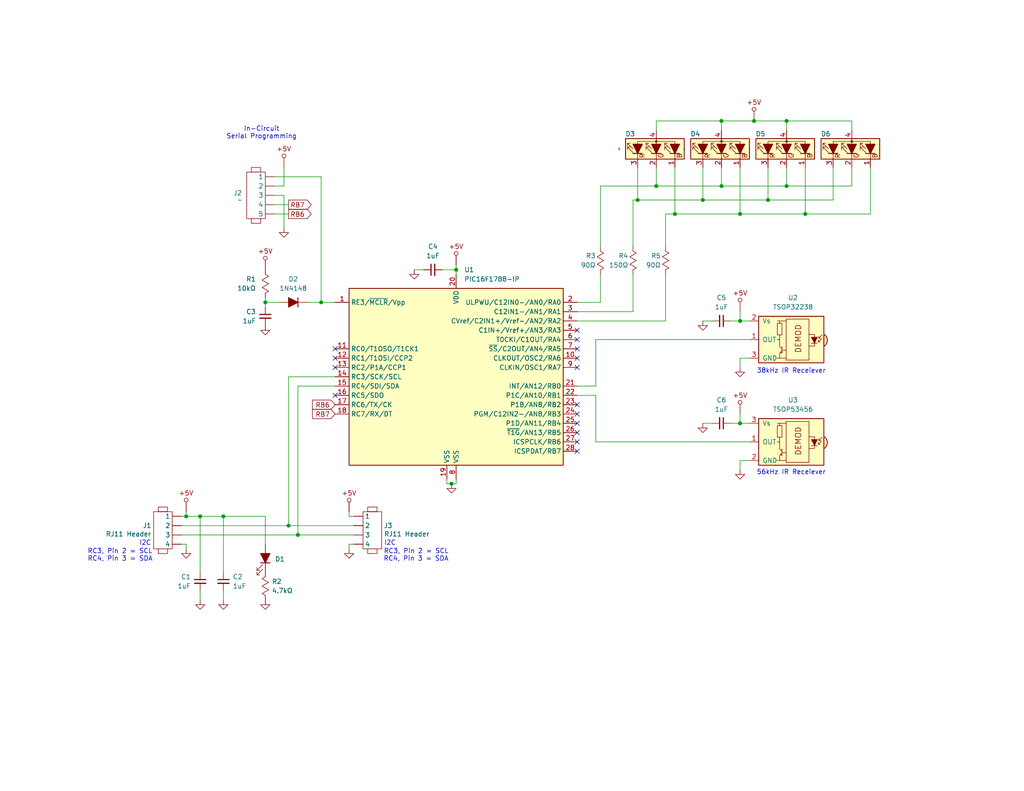
<source format=kicad_sch>
(kicad_sch (version 20231120) (generator "eeschema") (generator_version "8.0")
  (paper "A")
  (title_block (title "Laser Arcade Slave") (date "2025-04-01") (rev "A") (company "Idaho State University"))
  (lib_symbols
    (symbol "AW_Libraries_Power:GND" (power) (pin_numbers hide) (pin_names (offset 0) hide) (in_bom no) (on_board no)
      (symbol "GND_0_1"
        (polyline (pts (xy -1.27 0) (xy 1.27 0) (xy 0 -1.27) (xy -1.27 0)))
      )
      (symbol "GND_1_1"
        (pin input line (at 0 1.27 270) (length 1.27) (name "GND") (number ""))
      )
    )
    (symbol "Device:C_Small" (pin_numbers hide) (pin_names (offset 0.254) hide)
      (property "Reference" "C" (at 0.254 1.778 0))
      (property "Value" "C_Small" (at 0.254 -2.032 0))
      (symbol "C_Small_0_1"
        (polyline (pts (xy -1.524 -0.508) (xy 1.524 -0.508)) (stroke (width 0.3302)))
        (polyline (pts (xy -1.524 0.508) (xy 1.524 0.508)) (stroke (width 0.3048)))
      )
      (symbol "C_Small_1_1"
        (pin passive line (at 0 2.54 270) (length 2.032) (name "~") (number "1"))
        (pin passive line (at 0 -2.54 90) (length 2.032) (name "~") (number "2"))
      )
    )
    (symbol "Device:D_Filled" (pin_numbers hide) (pin_names (offset 1.016) hide)
      (property "Reference" "D" (at 0 2.54 0))
      (property "Value" "D_Filled" (at 0 -2.54 0))
      (symbol "D_Filled_0_1"
        (polyline (pts (xy -1.27 1.27) (xy -1.27 -1.27)) (stroke (width 0.254)))
        (polyline (pts (xy 1.27 0) (xy -1.27 0)))
        (polyline (pts (xy 1.27 1.27) (xy 1.27 -1.27) (xy -1.27 0) (xy 1.27 1.27)) (stroke (width 0.254)) (fill (type outline)))
      )
      (symbol "D_Filled_1_1"
        (pin passive line (at -3.81 0 0) (length 2.54) (name "K") (number "1"))
        (pin passive line (at 3.81 0 180) (length 2.54) (name "A") (number "2"))
      )
    )
    (symbol "Device:LED_Filled" (pin_numbers hide) (pin_names (offset 1.016) hide)
      (property "Reference" "D" (at 0 2.54 0))
      (property "Value" "LED_Filled" (at 0 -2.54 0))
      (symbol "LED_Filled_0_1"
        (polyline (pts (xy -1.27 -1.27) (xy -1.27 1.27)) (stroke (width 0.254)))
        (polyline (pts (xy -1.27 0) (xy 1.27 0)))
        (polyline (pts (xy 1.27 -1.27) (xy 1.27 1.27) (xy -1.27 0) (xy 1.27 -1.27)) (stroke (width 0.254)) (fill (type outline)))
        (polyline (pts (xy -3.048 -0.762) (xy -4.572 -2.286) (xy -3.81 -2.286) (xy -4.572 -2.286) (xy -4.572 -1.524)))
        (polyline (pts (xy -1.778 -0.762) (xy -3.302 -2.286) (xy -2.54 -2.286) (xy -3.302 -2.286) (xy -3.302 -1.524)))
      )
      (symbol "LED_Filled_1_1"
        (pin passive line (at -3.81 0 0) (length 2.54) (name "K") (number "1"))
        (pin passive line (at 3.81 0 180) (length 2.54) (name "A") (number "2"))
      )
    )
    (symbol "Interface_Optical:TSOP321xx" (pin_names (offset 1.016))
      (property "Reference" "U" (at -10.16 7.62 0))
      (property "Value" "TSOP321xx" (at -10.16 -7.62 0))
      (symbol "TSOP321xx_0_0"
        (arc (start -10.287 1.397) (mid -11.0899 -0.1852) (end -10.287 -1.778) (stroke (width 0.254)) (fill (type background)))
        (polyline (pts (xy 1.905 -5.08) (xy 0.127 -5.08)))
        (polyline (pts (xy 1.905 5.08) (xy 0.127 5.08)))
        (text "DEMOD" (at -3.175 0.254 900) (effects (font (size 1.524 1.524))))
      )
      (symbol "TSOP321xx_0_1"
        (rectangle (start -6.096 5.588) (end 0.127 -5.588))
        (polyline (pts (xy -8.763 0.381) (xy -9.652 1.27)))
        (polyline (pts (xy -8.763 0.381) (xy -9.271 0.381)))
        (polyline (pts (xy -8.763 0.381) (xy -8.763 0.889)))
        (polyline (pts (xy -8.636 -0.635) (xy -9.525 0.254)))
        (polyline (pts (xy -8.636 -0.635) (xy -9.144 -0.635)))
        (polyline (pts (xy -8.636 -0.635) (xy -8.636 -0.127)))
        (polyline (pts (xy -8.382 -1.016) (xy -6.731 -1.016)))
        (polyline (pts (xy 1.27 -2.921) (xy 0.127 -2.921)))
        (polyline (pts (xy 1.27 -1.905) (xy 1.27 -3.81)))
        (polyline (pts (xy 1.397 -3.556) (xy 1.524 -3.556)))
        (polyline (pts (xy 1.651 -3.556) (xy 1.524 -3.556)))
        (polyline (pts (xy 1.651 -3.556) (xy 1.651 -3.302)))
        (polyline (pts (xy 1.905 0) (xy 1.905 1.27)))
        (polyline (pts (xy 1.905 4.445) (xy 1.905 5.08) (xy 2.54 5.08)))
        (polyline (pts (xy -8.382 0.635) (xy -6.731 0.635) (xy -7.62 -1.016) (xy -8.382 0.635)) (fill (type outline)))
        (polyline (pts (xy -6.096 1.397) (xy -7.62 1.397) (xy -7.62 -1.778) (xy -6.096 -1.778)))
        (polyline (pts (xy 1.27 -3.175) (xy 1.905 -3.81) (xy 1.905 -5.08) (xy 2.54 -5.08)))
        (polyline (pts (xy 1.27 -2.54) (xy 1.905 -1.905) (xy 1.905 0) (xy 2.54 0)))
        (rectangle (start 2.54 1.27) (end 1.27 4.445))
        (rectangle (start 7.62 6.35) (end -10.16 -6.35) (stroke (width 0.254)) (fill (type background)))
      )
      (symbol "TSOP321xx_1_1"
        (pin output line (at 10.16 0 180) (length 2.54) (name "OUT") (number "1"))
        (pin power_in line (at 10.16 5.08 180) (length 2.54) (name "Vs") (number "2"))
        (pin power_in line (at 10.16 -5.08 180) (length 2.54) (name "GND") (number "3"))
      )
    )
    (symbol "Interface_Optical:TSOP331xx" (pin_names (offset 1.016))
      (property "Reference" "U" (at -10.16 7.62 0))
      (property "Value" "TSOP331xx" (at -10.16 -7.62 0))
      (symbol "TSOP331xx_0_0"
        (arc (start -10.287 1.397) (mid -11.0899 -0.1852) (end -10.287 -1.778) (stroke (width 0.254)) (fill (type background)))
        (polyline (pts (xy 1.905 -5.08) (xy 0.127 -5.08)))
        (polyline (pts (xy 1.905 5.08) (xy 0.127 5.08)))
        (text "DEMOD" (at -3.175 0.254 900) (effects (font (size 1.524 1.524))))
      )
      (symbol "TSOP331xx_0_1"
        (rectangle (start -6.096 5.588) (end 0.127 -5.588))
        (polyline (pts (xy -8.763 0.381) (xy -9.652 1.27)))
        (polyline (pts (xy -8.763 0.381) (xy -9.271 0.381)))
        (polyline (pts (xy -8.763 0.381) (xy -8.763 0.889)))
        (polyline (pts (xy -8.636 -0.635) (xy -9.525 0.254)))
        (polyline (pts (xy -8.636 -0.635) (xy -9.144 -0.635)))
        (polyline (pts (xy -8.636 -0.635) (xy -8.636 -0.127)))
        (polyline (pts (xy -8.382 -1.016) (xy -6.731 -1.016)))
        (polyline (pts (xy 1.27 -2.921) (xy 0.127 -2.921)))
        (polyline (pts (xy 1.27 -1.905) (xy 1.27 -3.81)))
        (polyline (pts (xy 1.397 -3.556) (xy 1.524 -3.556)))
        (polyline (pts (xy 1.651 -3.556) (xy 1.524 -3.556)))
        (polyline (pts (xy 1.651 -3.556) (xy 1.651 -3.302)))
        (polyline (pts (xy 1.905 0) (xy 1.905 1.27)))
        (polyline (pts (xy 1.905 4.445) (xy 1.905 5.08) (xy 2.54 5.08)))
        (polyline (pts (xy -8.382 0.635) (xy -6.731 0.635) (xy -7.62 -1.016) (xy -8.382 0.635)) (fill (type outline)))
        (polyline (pts (xy -6.096 1.397) (xy -7.62 1.397) (xy -7.62 -1.778) (xy -6.096 -1.778)))
        (polyline (pts (xy 1.27 -3.175) (xy 1.905 -3.81) (xy 1.905 -5.08) (xy 2.54 -5.08)))
        (polyline (pts (xy 1.27 -2.54) (xy 1.905 -1.905) (xy 1.905 0) (xy 2.54 0)))
        (rectangle (start 2.54 1.27) (end 1.27 4.445))
        (rectangle (start 7.62 6.35) (end -10.16 -6.35) (stroke (width 0.254)) (fill (type background)))
      )
      (symbol "TSOP331xx_1_1"
        (pin output line (at 10.16 0 180) (length 2.54) (name "OUT") (number "1"))
        (pin power_in line (at 10.16 -5.08 180) (length 2.54) (name "GND") (number "2"))
        (pin power_in line (at 10.16 5.08 180) (length 2.54) (name "Vs") (number "3"))
      )
    )
    (symbol "Libraries:+5V" (power) (pin_numbers hide) (pin_names (offset 0)) (in_bom no) (on_board no)
      (symbol "+5V_0_1"
        (circle (center 0 1.905) (radius 0.5236))
      )
      (symbol "+5V_1_0"
        (text "+5V" (at 0 3.81 0) (effects (font (size 1.27 1.27))))
      )
      (symbol "+5V_1_1"
        (pin power_in line (at 0 -1.27 90) (length 2.54) (name "") (number ""))
      )
    )
    (symbol "Libraries:Header_1x4" (pin_numbers hide)
      (property "Reference" "J" (at 0 10.16 0))
      (property "Value" "1x4_Header" (at 0 7.62 0))
      (symbol "Header_1x4_0_1"
        (rectangle (start -2.54 5.08) (end 2.54 -5.08))
        (rectangle (start -1.27 -5.08) (end 1.27 -6.35))
        (rectangle (start -1.27 6.35) (end 1.27 5.08))
      )
      (symbol "Header_1x4_1_1"
        (pin passive line (at -5.08 3.81 0) (length 2.54) (name "1") (number "1"))
        (pin passive line (at -5.08 1.27 0) (length 2.54) (name "2") (number "2"))
        (pin passive line (at -5.08 -1.27 0) (length 2.54) (name "3") (number "3"))
        (pin passive line (at -5.08 -3.81 0) (length 2.54) (name "4") (number "4"))
      )
    )
    (symbol "Libraries:Header_1x5" (pin_numbers hide)
      (property "Reference" "J" (at 0 0 0))
      (symbol "Header_1x5_0_1"
        (rectangle (start -2.54 -2.54) (end 2.54 -15.24))
        (rectangle (start -1.27 -15.24) (end 1.27 -16.51))
        (rectangle (start -1.27 -1.27) (end 1.27 -2.54))
      )
      (symbol "Header_1x5_1_1"
        (pin passive line (at -5.08 -3.81 0) (length 2.54) (name "1") (number "1"))
        (pin passive line (at -5.08 -6.35 0) (length 2.54) (name "2") (number "2"))
        (pin passive line (at -5.08 -8.89 0) (length 2.54) (name "3") (number "3"))
        (pin passive line (at -5.08 -11.43 0) (length 2.54) (name "4") (number "4"))
        (pin passive line (at -5.08 -13.97 0) (length 2.54) (name "5") (number "5"))
      )
    )
    (symbol "Libraries:PIC16F1788"
      (property "Reference" "U" (at 0 0 0))
      (property "Value" "PIC16F1788-IP" (at 6.858 -2.286 0))
      (symbol "PIC16F1788_0_1"
        (rectangle (start -31.75 -3.81) (end 26.67 -52.07) (stroke (width 0.254)) (fill (type background)))
      )
      (symbol "PIC16F1788_1_1"
        (pin bidirectional line (at -35.56 -7.62 0) (length 3.81) (name "RE3/~{MCLR}/Vpp") (number "1"))
        (pin bidirectional line (at 30.48 -22.86 180) (length 3.81) (name "CLKOUT/OSC2/RA6") (number "10"))
        (pin bidirectional line (at -35.56 -20.32 0) (length 3.81) (name "RC0/T1OSO/T1CK1") (number "11"))
        (pin bidirectional line (at -35.56 -22.86 0) (length 3.81) (name "RC1/T1OSI/CCP2") (number "12"))
        (pin bidirectional line (at -35.56 -25.4 0) (length 3.81) (name "RC2/P1A/CCP1") (number "13"))
        (pin bidirectional line (at -35.56 -27.94 0) (length 3.81) (name "RC3/SCK/SCL") (number "14"))
        (pin bidirectional line (at -35.56 -30.48 0) (length 3.81) (name "RC4/SDI/SDA") (number "15"))
        (pin bidirectional line (at -35.56 -33.02 0) (length 3.81) (name "RC5/SDO") (number "16"))
        (pin bidirectional line (at -35.56 -35.56 0) (length 3.81) (name "RC6/TX/CK") (number "17"))
        (pin bidirectional line (at -35.56 -38.1 0) (length 3.81) (name "RC7/RX/DT") (number "18"))
        (pin power_in line (at -5.08 -55.88 90) (length 3.81) (name "VSS") (number "19"))
        (pin bidirectional line (at 30.48 -7.62 180) (length 3.81) (name "ULPWU/C12IN0-/AN0/RA0") (number "2"))
        (pin power_in line (at -2.54 0 270) (length 3.81) (name "VDD") (number "20"))
        (pin bidirectional line (at 30.48 -30.48 180) (length 3.81) (name "INT/AN12/RB0") (number "21"))
        (pin bidirectional line (at 30.48 -33.02 180) (length 3.81) (name "P1C/AN10/RB1") (number "22"))
        (pin bidirectional line (at 30.48 -35.56 180) (length 3.81) (name "P1B/AN8/RB2") (number "23"))
        (pin bidirectional line (at 30.48 -38.1 180) (length 3.81) (name "PGM/C12IN2-/AN8/RB3") (number "24"))
        (pin bidirectional line (at 30.48 -40.64 180) (length 3.81) (name "P1D/AN11/RB4") (number "25"))
        (pin bidirectional line (at 30.48 -43.18 180) (length 3.81) (name "~{T1G}/AN13/RB5") (number "26"))
        (pin bidirectional line (at 30.48 -45.72 180) (length 3.81) (name "ICSPCLK/RB6") (number "27"))
        (pin bidirectional line (at 30.48 -48.26 180) (length 3.81) (name "ICSPDAT/RB7") (number "28"))
        (pin bidirectional line (at 30.48 -10.16 180) (length 3.81) (name "C12IN1-/AN1/RA1") (number "3"))
        (pin bidirectional line (at 30.48 -12.7 180) (length 3.81) (name "CVref/C2IN1+/Vref-/AN2/RA2") (number "4"))
        (pin bidirectional line (at 30.48 -15.24 180) (length 3.81) (name "C1IN+/Vref+/AN3/RA3") (number "5"))
        (pin bidirectional line (at 30.48 -17.78 180) (length 3.81) (name "T0CKI/C1OUT/RA4") (number "6"))
        (pin bidirectional line (at 30.48 -20.32 180) (length 3.81) (name "~{SS}/C2OUT/AN4/RA5") (number "7"))
        (pin power_in line (at -2.54 -55.88 90) (length 3.81) (name "VSS") (number "8"))
        (pin input line (at 30.48 -25.4 180) (length 3.81) (name "CLKIN/OSC1/RA7") (number "9"))
      )
    )
    (symbol "Libraries:RGB_LED_P32TRRRGB" (pin_names hide)
      (property "Reference" "D" (at 0 0 0))
      (symbol "RGB_LED_P32TRRRGB_0_0"
        (text "B" (at -1.905 -16.51 0) (effects (font (size 1.27 1.27))))
        (text "G" (at -1.905 -11.43 0) (effects (font (size 1.27 1.27))))
        (text "R" (at -1.905 -6.35 0) (effects (font (size 1.27 1.27))))
      )
      (symbol "RGB_LED_P32TRRRGB_0_1"
        (rectangle (start -2.794 -1.778) (end 2.794 -17.78) (stroke (width 0.254)) (fill (type background)))
        (polyline (pts (xy -1.27 -15.24) (xy -2.54 -15.24)))
        (polyline (pts (xy -1.27 -15.24) (xy 1.27 -15.24)))
        (polyline (pts (xy -1.27 -13.97) (xy -1.27 -16.51)) (stroke (width 0.254)))
        (polyline (pts (xy -1.27 -10.16) (xy -2.54 -10.16)))
        (polyline (pts (xy -1.27 -8.89) (xy -1.27 -11.43)) (stroke (width 0.254)))
        (polyline (pts (xy -1.27 -5.08) (xy -2.54 -5.08)))
        (polyline (pts (xy -1.27 -5.08) (xy 1.27 -5.08)))
        (polyline (pts (xy -1.27 -3.81) (xy -1.27 -6.35)) (stroke (width 0.254)))
        (polyline (pts (xy 1.27 -10.16) (xy -1.27 -10.16)))
        (polyline (pts (xy 1.27 -10.16) (xy 2.54 -10.16)))
        (polyline (pts (xy -1.27 -8.89) (xy -1.27 -11.43) (xy -1.27 -11.43)))
        (polyline (pts (xy -1.27 -3.81) (xy -1.27 -6.35) (xy -1.27 -6.35)))
        (polyline (pts (xy 1.27 -15.24) (xy 2.032 -15.24) (xy 2.032 -5.08) (xy 1.27 -5.08)))
        (polyline (pts (xy -1.016 -13.97) (xy 0.508 -12.446) (xy -0.254 -12.446) (xy 0.508 -12.446) (xy 0.508 -13.208)))
        (polyline (pts (xy -1.016 -8.89) (xy 0.508 -7.366) (xy -0.254 -7.366) (xy 0.508 -7.366) (xy 0.508 -8.128)))
        (polyline (pts (xy -1.016 -3.81) (xy 0.508 -2.286) (xy -0.254 -2.286) (xy 0.508 -2.286) (xy 0.508 -3.048)))
        (polyline (pts (xy 0 -13.97) (xy 1.524 -12.446) (xy 0.762 -12.446) (xy 1.524 -12.446) (xy 1.524 -13.208)))
        (polyline (pts (xy 0 -8.89) (xy 1.524 -7.366) (xy 0.762 -7.366) (xy 1.524 -7.366) (xy 1.524 -8.128)))
        (polyline (pts (xy 0 -3.81) (xy 1.524 -2.286) (xy 0.762 -2.286) (xy 1.524 -2.286) (xy 1.524 -3.048)))
        (rectangle (start 1.27 -11.43) (end 1.27 -8.89))
        (rectangle (start 1.27 -8.89) (end 1.27 -8.89))
        (rectangle (start 1.27 -6.35) (end 1.27 -3.81))
        (rectangle (start 1.27 -3.81) (end 1.27 -3.81))
        (circle (center 2.032 -10.16) (radius 0.254) (fill (type outline)))
      )
      (symbol "RGB_LED_P32TRRRGB_1_1"
        (polyline (pts (xy 1.27 -13.97) (xy 1.27 -16.51) (xy -1.27 -15.24) (xy 1.27 -13.97)) (stroke (width 0.254)) (fill (type outline)))
        (polyline (pts (xy 1.27 -8.89) (xy 1.27 -11.43) (xy -1.27 -10.16) (xy 1.27 -8.89)) (stroke (width 0.254)) (fill (type outline)))
        (polyline (pts (xy 1.27 -3.81) (xy 1.27 -6.35) (xy -1.27 -5.08) (xy 1.27 -3.81)) (stroke (width 0.254)) (fill (type outline)))
        (pin passive line (at -5.08 -15.24 0) (length 2.54) (name "BK") (number "1"))
        (pin passive line (at -5.08 -10.16 0) (length 2.54) (name "GK") (number "2"))
        (pin passive line (at -5.08 -5.08 0) (length 2.54) (name "RK") (number "3"))
        (pin passive line (at 5.08 -10.16 180) (length 2.54) (name "A") (number "4"))
      )
    )
    (symbol "Libraries:R_Custom" (pin_numbers hide) (pin_names (offset 1.016) hide)
      (property "Reference" "R1" (at 0 6.35 0))
      (property "Value" "RΩ" (at 0 3.81 0))
      (symbol "R_Custom_0_1"
        (polyline (pts (xy -2.54 0) (xy -2.032 0.889) (xy -1.524 0) (xy -1.016 -0.889) (xy -0.508 0) (xy 0 0.889) (xy 0.508 0) (xy 1.016 -0.889) (xy 1.524 0) (xy 2.032 0.889) (xy 2.54 0)))
      )
      (symbol "R_Custom_1_1"
        (pin passive line (at -3.81 0 0) (length 1.27) (name "") (number "1"))
        (pin passive line (at 3.81 0 180) (length 1.27) (name "") (number "2"))
      )
    )
    (symbol "power:GND" (power) (pin_names (offset 0))
      (property "Value" "GND" (at 0 -3.81 0))
      (symbol "GND_0_1"
        (polyline (pts (xy 0 0) (xy 0 -1.27) (xy 1.27 -1.27) (xy 0 -2.54) (xy -1.27 -1.27) (xy 0 -1.27)))
      )
      (symbol "GND_1_1"
        (pin power_in line (at 0 0 270) (length 0) hide (name "GND") (number "1"))
      )
    )
  )
  (junction (at 78.74 143.51))
  (junction (at 196.85 50.8))
  (junction (at 173.99 54.61))
  (junction (at 205.74 33.02))
  (junction (at 81.28 146.05))
  (junction (at 209.55 54.61))
  (junction (at 54.61 140.97))
  (junction (at 72.39 82.55))
  (junction (at 219.71 58.42))
  (junction (at 191.77 54.61))
  (junction (at 123.19 132.08))
  (junction (at 60.96 140.97))
  (junction (at 124.46 73.66))
  (junction (at 179.07 50.8))
  (junction (at 196.85 33.02))
  (junction (at 214.63 33.02))
  (junction (at 214.63 50.8))
  (junction (at 201.93 58.42))
  (junction (at 50.8 140.97))
  (junction (at 87.63 82.55))
  (junction (at 201.93 87.63))
  (junction (at 201.93 115.57))
  (junction (at 184.15 58.42))
  (no_connect (at 91.44 100.33))
  (no_connect (at 91.44 95.25))
  (no_connect (at 157.48 92.71))
  (no_connect (at 91.44 97.79))
  (no_connect (at 157.48 118.11))
  (no_connect (at 157.48 115.57))
  (no_connect (at 157.48 95.25))
  (no_connect (at 157.48 123.19))
  (no_connect (at 157.48 113.03))
  (no_connect (at 157.48 120.65))
  (no_connect (at 157.48 100.33))
  (no_connect (at 157.48 110.49))
  (no_connect (at 91.44 107.95))
  (no_connect (at 157.48 90.17))
  (no_connect (at 157.48 97.79))
  (wire (pts (xy 219.71 58.42) (xy 201.93 58.42)))
  (wire (pts (xy 237.49 58.42) (xy 219.71 58.42)))
  (wire (pts (xy 74.93 55.88) (xy 78.74 55.88)))
  (wire (pts (xy 81.28 105.41) (xy 81.28 146.05)))
  (wire (pts (xy 227.33 54.61) (xy 209.55 54.61)))
  (wire (pts (xy 123.19 132.08) (xy 121.92 132.08)))
  (wire (pts (xy 201.93 115.57) (xy 204.47 115.57)))
  (wire (pts (xy 191.77 115.57) (xy 194.31 115.57)))
  (wire (pts (xy 121.92 132.08) (xy 121.92 130.81)))
  (wire (pts (xy 201.93 45.72) (xy 201.93 58.42)))
  (wire (pts (xy 113.03 73.66) (xy 115.57 73.66)))
  (wire (pts (xy 184.15 45.72) (xy 184.15 58.42)))
  (wire (pts (xy 162.56 120.65) (xy 162.56 107.95)))
  (wire (pts (xy 201.93 125.73) (xy 204.47 125.73)))
  (wire (pts (xy 95.25 139.7) (xy 95.25 140.97)))
  (wire (pts (xy 227.33 45.72) (xy 227.33 54.61)))
  (wire (pts (xy 54.61 156.21) (xy 54.61 140.97)))
  (wire (pts (xy 49.53 146.05) (xy 81.28 146.05)))
  (wire (pts (xy 199.39 87.63) (xy 201.93 87.63)))
  (wire (pts (xy 237.49 45.72) (xy 237.49 58.42)))
  (wire (pts (xy 81.28 105.41) (xy 91.44 105.41)))
  (wire (pts (xy 191.77 54.61) (xy 173.99 54.61)))
  (wire (pts (xy 124.46 73.66) (xy 124.46 74.93)))
  (wire (pts (xy 95.25 148.59) (xy 96.52 148.59)))
  (wire (pts (xy 124.46 130.81) (xy 124.46 132.08)))
  (wire (pts (xy 74.93 53.34) (xy 77.47 53.34)))
  (wire (pts (xy 76.2 82.55) (xy 72.39 82.55)))
  (wire (pts (xy 162.56 105.41) (xy 157.48 105.41)))
  (wire (pts (xy 120.65 73.66) (xy 124.46 73.66)))
  (wire (pts (xy 201.93 128.27) (xy 201.93 125.73)))
  (wire (pts (xy 72.39 148.59) (xy 72.39 140.97)))
  (wire (pts (xy 172.72 54.61) (xy 173.99 54.61)))
  (wire (pts (xy 50.8 148.59) (xy 49.53 148.59)))
  (wire (pts (xy 163.83 82.55) (xy 157.48 82.55)))
  (wire (pts (xy 124.46 72.39) (xy 124.46 73.66)))
  (wire (pts (xy 172.72 74.93) (xy 172.72 85.09)))
  (wire (pts (xy 179.07 33.02) (xy 196.85 33.02)))
  (wire (pts (xy 196.85 45.72) (xy 196.85 50.8)))
  (wire (pts (xy 214.63 33.02) (xy 232.41 33.02)))
  (wire (pts (xy 219.71 45.72) (xy 219.71 58.42)))
  (wire (pts (xy 201.93 100.33) (xy 201.93 97.79)))
  (wire (pts (xy 72.39 82.55) (xy 72.39 83.82)))
  (wire (pts (xy 181.61 67.31) (xy 181.61 58.42)))
  (wire (pts (xy 201.93 113.03) (xy 201.93 115.57)))
  (wire (pts (xy 232.41 45.72) (xy 232.41 50.8)))
  (wire (pts (xy 124.46 132.08) (xy 123.19 132.08)))
  (wire (pts (xy 191.77 87.63) (xy 194.31 87.63)))
  (wire (pts (xy 163.83 74.93) (xy 163.83 82.55)))
  (wire (pts (xy 201.93 97.79) (xy 204.47 97.79)))
  (wire (pts (xy 232.41 50.8) (xy 214.63 50.8)))
  (wire (pts (xy 157.48 87.63) (xy 181.61 87.63)))
  (wire (pts (xy 54.61 163.83) (xy 54.61 161.29)))
  (wire (pts (xy 181.61 58.42) (xy 184.15 58.42)))
  (wire (pts (xy 78.74 143.51) (xy 78.74 102.87)))
  (wire (pts (xy 81.28 146.05) (xy 96.52 146.05)))
  (wire (pts (xy 162.56 120.65) (xy 204.47 120.65)))
  (wire (pts (xy 50.8 148.59) (xy 50.8 149.86)))
  (wire (pts (xy 162.56 92.71) (xy 204.47 92.71)))
  (wire (pts (xy 196.85 50.8) (xy 179.07 50.8)))
  (wire (pts (xy 77.47 53.34) (xy 77.47 62.23)))
  (wire (pts (xy 74.93 48.26) (xy 87.63 48.26)))
  (wire (pts (xy 196.85 33.02) (xy 205.74 33.02)))
  (wire (pts (xy 173.99 45.72) (xy 173.99 54.61)))
  (wire (pts (xy 162.56 107.95) (xy 157.48 107.95)))
  (wire (pts (xy 214.63 33.02) (xy 214.63 35.56)))
  (wire (pts (xy 179.07 35.56) (xy 179.07 33.02)))
  (wire (pts (xy 50.8 140.97) (xy 49.53 140.97)))
  (wire (pts (xy 201.93 85.09) (xy 201.93 87.63)))
  (wire (pts (xy 72.39 81.28) (xy 72.39 82.55)))
  (wire (pts (xy 78.74 143.51) (xy 96.52 143.51)))
  (wire (pts (xy 54.61 140.97) (xy 50.8 140.97)))
  (wire (pts (xy 181.61 74.93) (xy 181.61 87.63)))
  (wire (pts (xy 78.74 102.87) (xy 91.44 102.87)))
  (wire (pts (xy 172.72 67.31) (xy 172.72 54.61)))
  (wire (pts (xy 201.93 87.63) (xy 204.47 87.63)))
  (wire (pts (xy 162.56 92.71) (xy 162.56 105.41)))
  (wire (pts (xy 179.07 45.72) (xy 179.07 50.8)))
  (wire (pts (xy 163.83 50.8) (xy 163.83 67.31)))
  (wire (pts (xy 191.77 45.72) (xy 191.77 54.61)))
  (wire (pts (xy 72.39 140.97) (xy 60.96 140.97)))
  (wire (pts (xy 60.96 163.83) (xy 60.96 161.29)))
  (wire (pts (xy 74.93 58.42) (xy 78.74 58.42)))
  (wire (pts (xy 201.93 58.42) (xy 184.15 58.42)))
  (wire (pts (xy 209.55 54.61) (xy 191.77 54.61)))
  (wire (pts (xy 50.8 139.7) (xy 50.8 140.97)))
  (wire (pts (xy 60.96 156.21) (xy 60.96 140.97)))
  (wire (pts (xy 77.47 45.72) (xy 77.47 50.8)))
  (wire (pts (xy 196.85 33.02) (xy 196.85 35.56)))
  (wire (pts (xy 232.41 33.02) (xy 232.41 35.56)))
  (wire (pts (xy 54.61 140.97) (xy 60.96 140.97)))
  (wire (pts (xy 205.74 33.02) (xy 214.63 33.02)))
  (wire (pts (xy 214.63 45.72) (xy 214.63 50.8)))
  (wire (pts (xy 199.39 115.57) (xy 201.93 115.57)))
  (wire (pts (xy 179.07 50.8) (xy 163.83 50.8)))
  (wire (pts (xy 209.55 45.72) (xy 209.55 54.61)))
  (wire (pts (xy 95.25 148.59) (xy 95.25 149.86)))
  (wire (pts (xy 157.48 85.09) (xy 172.72 85.09)))
  (wire (pts (xy 87.63 82.55) (xy 83.82 82.55)))
  (wire (pts (xy 214.63 50.8) (xy 196.85 50.8)))
  (wire (pts (xy 91.44 82.55) (xy 87.63 82.55)))
  (wire (pts (xy 49.53 143.51) (xy 78.74 143.51)))
  (wire (pts (xy 74.93 50.8) (xy 77.47 50.8)))
  (wire (pts (xy 95.25 140.97) (xy 96.52 140.97)))
  (wire (pts (xy 87.63 48.26) (xy 87.63 82.55)))
  (text "I2C" (at 106.426 148.336 0) (effects (font (size 1.27 1.27))))
  (text "RC3, Pin 2 = SCL\nRC4, Pin 3 = SDA" (at 122.428 151.638 0) (effects (font (size 1.27 1.27)) (justify right)))
  (text "In-Circuit\nSerial Programming" (at 71.374 36.322 0) (effects (font (size 1.27 1.27))))
  (text "56kHz IR Receiever" (at 215.9 129.032 0) (effects (font (size 1.27 1.27))))
  (text "I2C" (at 39.624 148.336 0) (effects (font (size 1.27 1.27))))
  (text "RC3, Pin 2 = SCL\nRC4, Pin 3 = SDA" (at 23.876 151.638 0) (effects (font (size 1.27 1.27)) (justify left)))
  (text "38kHz IR Receiever" (at 215.9 101.346 0) (effects (font (size 1.27 1.27))))
  (global_label "RB7" (shape output) (at 78.74 55.88 0) (property "Intersheetrefs" "${INTERSHEET_REFS}" (effects (hide yes))))
  (global_label "RB7" (shape input) (at 91.44 113.03 180) (property "Intersheetrefs" "${INTERSHEET_REFS}" (effects (hide yes))))
  (global_label "RB6" (shape output) (at 78.74 58.42 0) (property "Intersheetrefs" "${INTERSHEET_REFS}" (effects (hide yes))))
  (global_label "RB6" (shape input) (at 91.44 110.49 180) (property "Intersheetrefs" "${INTERSHEET_REFS}" (effects (hide yes))))
  (symbol (lib_id "AW_Libraries_Power:GND") (at 72.39 165.1 0) (unit 1) (in_bom no) (on_board no)
    (property "Reference" "#PWR05" (effects (hide yes)))
    (property "Value" "GND" (effects (hide yes)))
  )
  (symbol (lib_id "Device:C_Small") (at 60.96 158.75 0) (unit 1)
    (property "Reference" "C2" (at 63.5 157.4862 0) (effects (justify left)))
    (property "Value" "1uF" (at 63.5 160.0262 0) (effects (justify left)))
    (property "Footprint" "Capacitor_SMD:C_0805_2012Metric_Pad1.18x1.45mm_HandSolder" (effects (hide yes)))
    (property "Description" "Unpolarized capacitor, small symbol" (effects (hide yes)))
  )
  (symbol (lib_id "Interface_Optical:TSOP321xx") (at 214.63 92.71 0) (mirror y) (unit 1)
    (property "Reference" "U2" (at 216.365 81.28 0))
    (property "Value" "TSOP32238" (at 216.365 83.82 0))
    (property "Footprint" "OptoDevice:Vishay_MOLD-3Pin" (effects (hide yes)))
    (property "Datasheet" "http://www.vishay.com/docs/82490/tsop321.pdf" (effects (hide yes)))
    (property "Description" "IR Receiver Modules for Remote Control Systems" (effects (hide yes)))
  )
  (symbol (lib_id "Libraries:PIC16F1788") (at 127 74.93 0) (unit 1)
    (property "Reference" "U1" (at 126.6541 73.66 0) (effects (justify left)))
    (property "Value" "PIC16F1788-IP" (at 126.6541 76.2 0) (effects (justify left)))
    (property "Description" "ABIN-COUT" (effects (hide yes)))
  )
  (symbol (lib_id "Libraries:RGB_LED_P32TRRRGB") (at 204.47 40.64 90) (unit 1)
    (property "Reference" "D5" (at 207.518 36.576 90))
    (property "Value" "~" (at 204.47 40.64 0))
  )
  (symbol (lib_id "power:GND") (at 201.93 128.27 0) (mirror y) (unit 1)
    (property "Reference" "#PWR013" (effects (hide yes)))
    (property "Value" "GND" (effects (hide yes)))
    (property "Description" "Power symbol creates a global label with name \"GND\" , ground" (effects (hide yes)))
  )
  (symbol (lib_id "Libraries:Header_1x4") (at 44.45 144.78 0) (mirror y) (unit 1)
    (property "Reference" "J1" (at 40.132 143.51 0))
    (property "Value" "RJ11 Header" (at 35.052 145.796 0))
    (property "Footprint" "AlexWheelockFootprintLibrary:RJ11_Connector" (effects (hide yes)))
  )
  (symbol (lib_id "AW_Libraries_Power:GND") (at 77.47 63.5 0) (unit 1) (in_bom no) (on_board no)
    (property "Reference" "#PWR06" (effects (hide yes)))
    (property "Value" "GND" (effects (hide yes)))
  )
  (symbol (lib_id "AW_Libraries_Power:GND") (at 191.77 88.9 0) (unit 1) (in_bom no) (on_board no)
    (property "Reference" "#PWR010" (effects (hide yes)))
    (property "Value" "GND" (effects (hide yes)))
  )
  (symbol (lib_id "Libraries:R_Custom") (at 172.72 71.12 270) (mirror x) (unit 1)
    (property "Reference" "R4" (at 171.45 69.85 90) (effects (justify right)))
    (property "Value" "150Ω" (at 171.45 72.39 90) (effects (justify right)))
    (property "Description" "Custom Resistor" (effects (hide yes)))
  )
  (symbol (lib_id "power:GND") (at 123.19 132.08 0) (unit 1)
    (property "Reference" "#PWR09" (effects (hide yes)))
    (property "Value" "GND" (effects (hide yes)))
    (property "Description" "Power symbol creates a global label with name \"GND\" , ground" (effects (hide yes)))
  )
  (symbol (lib_id "Libraries:Header_1x4") (at 101.6 144.78 0) (unit 1)
    (property "Reference" "J3" (at 105.918 143.51 0))
    (property "Value" "RJ11 Header" (at 110.998 145.796 0))
    (property "Footprint" "AlexWheelockFootprintLibrary:RJ11_Connector" (effects (hide yes)))
  )
  (symbol (lib_id "power:GND") (at 201.93 100.33 0) (mirror y) (unit 1)
    (property "Reference" "#PWR012" (effects (hide yes)))
    (property "Value" "GND" (effects (hide yes)))
    (property "Description" "Power symbol creates a global label with name \"GND\" , ground" (effects (hide yes)))
  )
  (symbol (lib_id "Libraries:RGB_LED_P32TRRRGB") (at 168.91 40.64 90) (unit 1)
    (property "Reference" "D3" (at 171.958 36.576 90))
    (property "Value" "~" (at 168.91 40.64 0))
  )
  (symbol (lib_id "power:GND") (at 50.8 149.86 0) (unit 1)
    (property "Reference" "#PWR01" (effects (hide yes)))
    (property "Value" "GND" (effects (hide yes)))
    (property "Description" "Power symbol creates a global label with name \"GND\" , ground" (effects (hide yes)))
  )
  (symbol (lib_id "AW_Libraries_Power:GND") (at 60.96 165.1 0) (unit 1) (in_bom no) (on_board no)
    (property "Reference" "#PWR03" (effects (hide yes)))
    (property "Value" "GND" (effects (hide yes)))
  )
  (symbol (lib_id "Device:C_Small") (at 54.61 158.75 0) (mirror y) (unit 1)
    (property "Reference" "C1" (at 52.07 157.4862 0) (effects (justify left)))
    (property "Value" "1uF" (at 52.07 160.0262 0) (effects (justify left)))
    (property "Footprint" "Capacitor_SMD:C_0805_2012Metric_Pad1.18x1.45mm_HandSolder" (effects (hide yes)))
    (property "Description" "Unpolarized capacitor, small symbol" (effects (hide yes)))
  )
  (symbol (lib_id "AW_Libraries_Power:GND") (at 191.77 116.84 0) (unit 1) (in_bom no) (on_board no)
    (property "Reference" "#PWR011" (effects (hide yes)))
    (property "Value" "GND" (effects (hide yes)))
  )
  (symbol (lib_id "Libraries:R_Custom") (at 72.39 160.02 90) (unit 1)
    (property "Reference" "R2" (at 74.168 158.75 90) (effects (justify right)))
    (property "Value" "4.7kΩ" (at 74.168 161.29 90) (effects (justify right)))
    (property "Footprint" "Resistor_SMD:R_0805_2012Metric_Pad1.20x1.40mm_HandSolder" (effects (hide yes)))
    (property "Description" "Custom Resistor" (effects (hide yes)))
  )
  (symbol (lib_id "Libraries:R_Custom") (at 181.61 71.12 270) (mirror x) (unit 1)
    (property "Reference" "R5" (at 180.34 69.85 90) (effects (justify right)))
    (property "Value" "90Ω" (at 180.34 72.39 90) (effects (justify right)))
    (property "Description" "Custom Resistor" (effects (hide yes)))
  )
  (symbol (lib_id "Libraries:RGB_LED_P32TRRRGB") (at 186.69 40.64 90) (unit 1)
    (property "Reference" "D4" (at 189.738 36.576 90))
    (property "Value" "~" (at 186.69 40.64 0))
  )
  (symbol (lib_id "Device:C_Small") (at 118.11 73.66 90) (unit 1)
    (property "Reference" "C4" (at 118.1163 67.31 90))
    (property "Value" "1uF" (at 118.1163 69.85 90))
    (property "Footprint" "Capacitor_SMD:C_0805_2012Metric_Pad1.18x1.45mm_HandSolder" (effects (hide yes)))
    (property "Description" "Unpolarized capacitor, small symbol" (effects (hide yes)))
  )
  (symbol (lib_id "Libraries:+5V") (at 205.74 31.75 0) (unit 1) (in_bom no) (on_board no)
    (property "Reference" "+5V08" (effects (hide yes)))
    (property "Value" "+5V" (effects (hide yes)))
  )
  (symbol (lib_id "Libraries:+5V") (at 72.39 72.39 0) (mirror y) (unit 1) (in_bom no) (on_board no)
    (property "Reference" "+5V02" (effects (hide yes)))
    (property "Value" "+5V" (effects (hide yes)))
  )
  (symbol (lib_id "Device:C_Small") (at 72.39 86.36 0) (mirror y) (unit 1)
    (property "Reference" "C3" (at 69.85 85.0962 0) (effects (justify left)))
    (property "Value" "1uF" (at 69.85 87.6362 0) (effects (justify left)))
    (property "Footprint" "Capacitor_SMD:C_0805_2012Metric_Pad1.18x1.45mm_HandSolder" (effects (hide yes)))
    (property "Description" "Unpolarized capacitor, small symbol" (effects (hide yes)))
  )
  (symbol (lib_id "Libraries:+5V") (at 50.8 138.43 0) (unit 1) (in_bom no) (on_board no)
    (property "Reference" "+5V01" (effects (hide yes)))
    (property "Value" "+5V" (effects (hide yes)))
  )
  (symbol (lib_id "Libraries:R_Custom") (at 72.39 77.47 270) (mirror x) (unit 1)
    (property "Reference" "R1" (at 69.85 76.1999 90) (effects (justify right)))
    (property "Value" "10kΩ" (at 69.85 78.7399 90) (effects (justify right)))
    (property "Footprint" "Resistor_SMD:R_0805_2012Metric_Pad1.20x1.40mm_HandSolder" (effects (hide yes)))
    (property "Description" "Custom Resistor" (effects (hide yes)))
  )
  (symbol (lib_id "Libraries:+5V") (at 124.46 71.12 0) (unit 1) (in_bom no) (on_board no)
    (property "Reference" "+5V05" (effects (hide yes)))
    (property "Value" "+5V" (effects (hide yes)))
  )
  (symbol (lib_id "Libraries:+5V") (at 201.93 111.76 0) (unit 1) (in_bom no) (on_board no)
    (property "Reference" "+5V07" (effects (hide yes)))
    (property "Value" "+5V" (effects (hide yes)))
  )
  (symbol (lib_id "AW_Libraries_Power:GND") (at 72.39 90.17 0) (mirror y) (unit 1) (in_bom no) (on_board no)
    (property "Reference" "#PWR04" (effects (hide yes)))
    (property "Value" "GND" (effects (hide yes)))
  )
  (symbol (lib_id "Device:D_Filled") (at 80.01 82.55 0) (mirror y) (unit 1)
    (property "Reference" "D2" (at 80.01 76.2 0))
    (property "Value" "1N4148" (at 80.01 78.74 0))
    (property "Footprint" "Diode_SMD:D_0805_2012Metric_Pad1.15x1.40mm_HandSolder" (effects (hide yes)))
    (property "Description" "Diode, filled shape" (effects (hide yes)))
    (property "Sim.Device" "D" (effects (hide yes)))
    (property "Sim.Pins" "1=K 2=A" (effects (hide yes)))
  )
  (symbol (lib_id "Device:C_Small") (at 196.85 115.57 270) (mirror x) (unit 1)
    (property "Reference" "C6" (at 196.8437 109.22 90))
    (property "Value" "1uF" (at 196.8437 111.76 90))
    (property "Footprint" "Capacitor_SMD:C_0805_2012Metric_Pad1.18x1.45mm_HandSolder" (effects (hide yes)))
    (property "Description" "Unpolarized capacitor, small symbol" (effects (hide yes)))
  )
  (symbol (lib_id "AW_Libraries_Power:GND") (at 113.03 74.93 0) (mirror y) (unit 1) (in_bom no) (on_board no)
    (property "Reference" "#PWR08" (effects (hide yes)))
    (property "Value" "GND" (effects (hide yes)))
  )
  (symbol (lib_id "Interface_Optical:TSOP331xx") (at 214.63 120.65 0) (mirror y) (unit 1)
    (property "Reference" "U3" (at 216.365 109.22 0))
    (property "Value" "TSOP53456" (at 216.365 111.76 0))
    (property "Footprint" "OptoDevice:Vishay_MINIMOLD-3Pin" (effects (hide yes)))
    (property "Datasheet" "http://www.vishay.com/docs/82742/tsop331.pdf" (effects (hide yes)))
    (property "Description" "IR Receiver Modules for Remote Control Systems" (effects (hide yes)))
  )
  (symbol (lib_id "Device:C_Small") (at 196.85 87.63 270) (mirror x) (unit 1)
    (property "Reference" "C5" (at 196.8437 81.28 90))
    (property "Value" "1uF" (at 196.8437 83.82 90))
    (property "Footprint" "Capacitor_SMD:C_0805_2012Metric_Pad1.18x1.45mm_HandSolder" (effects (hide yes)))
    (property "Description" "Unpolarized capacitor, small symbol" (effects (hide yes)))
  )
  (symbol (lib_id "AW_Libraries_Power:GND") (at 54.61 165.1 0) (mirror y) (unit 1) (in_bom no) (on_board no)
    (property "Reference" "#PWR02" (effects (hide yes)))
    (property "Value" "GND" (effects (hide yes)))
  )
  (symbol (lib_id "Libraries:+5V") (at 77.47 44.45 0) (unit 1) (in_bom no) (on_board no)
    (property "Reference" "+5V03" (effects (hide yes)))
    (property "Value" "+5V" (effects (hide yes)))
  )
  (symbol (lib_id "Device:LED_Filled") (at 72.39 152.4 270) (mirror x) (unit 1)
    (property "Reference" "D1" (at 77.724 152.654 90) (effects (justify right)))
    (property "Value" "LED" (effects (hide yes)))
    (property "Footprint" "LED_SMD:LED_0805_2012Metric_Pad1.15x1.40mm_HandSolder" (effects (hide yes)))
    (property "Description" "Light emitting diode, filled shape" (effects (hide yes)))
  )
  (symbol (lib_id "Libraries:+5V") (at 95.25 138.43 0) (mirror y) (unit 1) (in_bom no) (on_board no)
    (property "Reference" "+5V04" (effects (hide yes)))
    (property "Value" "+5V" (effects (hide yes)))
  )
  (symbol (lib_id "Libraries:+5V") (at 201.93 83.82 0) (unit 1) (in_bom no) (on_board no)
    (property "Reference" "+5V06" (effects (hide yes)))
    (property "Value" "+5V" (effects (hide yes)))
  )
  (symbol (lib_id "Libraries:RGB_LED_P32TRRRGB") (at 222.25 40.64 90) (unit 1)
    (property "Reference" "D6" (at 225.298 36.576 90))
    (property "Value" "~" (at 222.25 40.64 0))
  )
  (symbol (lib_id "power:GND") (at 95.25 149.86 0) (mirror y) (unit 1)
    (property "Reference" "#PWR07" (effects (hide yes)))
    (property "Value" "GND" (effects (hide yes)))
    (property "Description" "Power symbol creates a global label with name \"GND\" , ground" (effects (hide yes)))
  )
  (symbol (lib_id "Libraries:Header_1x5") (at 69.85 44.45 0) (mirror y) (unit 1)
    (property "Reference" "J2" (at 66.04 52.7049 0) (effects (justify left)))
    (property "Value" "~" (at 66.04 54.61 0) (effects (justify left)))
    (property "Footprint" "Connector_PinHeader_2.54mm:PinHeader_1x05_P2.54mm_Vertical" (effects (hide yes)))
  )
  (symbol (lib_id "Libraries:R_Custom") (at 163.83 71.12 270) (mirror x) (unit 1)
    (property "Reference" "R3" (at 162.56 69.85 90) (effects (justify right)))
    (property "Value" "90Ω" (at 162.56 72.39 90) (effects (justify right)))
    (property "Description" "Custom Resistor" (effects (hide yes)))
  )
)
</source>
